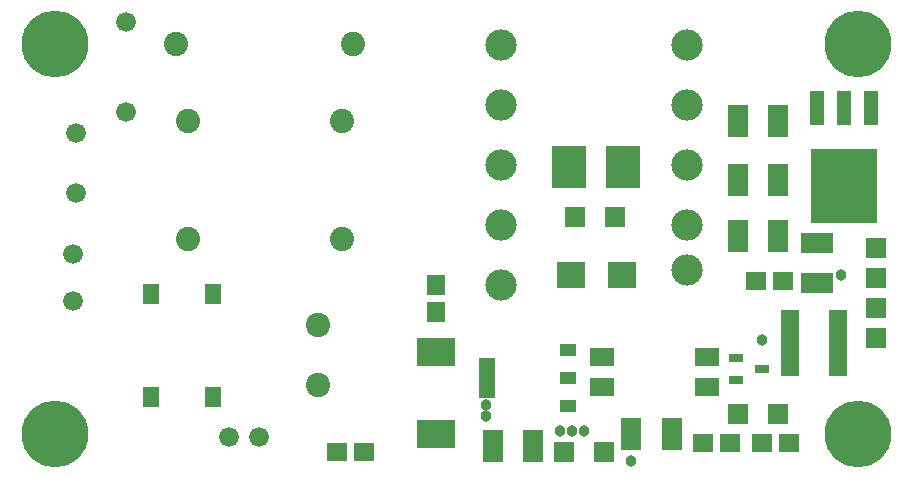
<source format=gbr>
%FSLAX35Y35*%
%MOIN*%
G04 EasyPC Gerber Version 18.0.9 Build 3640 *
%ADD115R,0.04734X0.02962*%
%ADD107R,0.04537X0.11820*%
%ADD112R,0.05324X0.06584*%
%ADD103R,0.05324X0.13395*%
%ADD102R,0.05324X0.04340*%
%ADD114R,0.06100X0.06600*%
%ADD104R,0.06230X0.22254*%
%ADD116R,0.07883X0.05915*%
%ADD111R,0.06600X0.06100*%
%ADD109R,0.06900X0.10800*%
%ADD110R,0.10800X0.06900*%
%ADD106R,0.11624X0.14183*%
%ADD108R,0.22450X0.24616*%
%ADD26R,0.06600X0.06600*%
%ADD113R,0.06900X0.06900*%
%ADD72C,0.03800*%
%ADD28C,0.06600*%
%ADD27C,0.06600*%
%ADD29C,0.08080*%
%ADD25C,0.08100*%
%ADD24C,0.08100*%
%ADD23C,0.10443*%
%ADD22C,0.22254*%
%ADD105R,0.09458X0.08946*%
%ADD117R,0.13002X0.09261*%
X0Y0D02*
D02*
D22*
X15998Y15998D03*
Y145919D03*
X283715Y15998D03*
Y145919D03*
D02*
D23*
X164596Y65715D03*
Y85715D03*
Y105715D03*
Y125715D03*
Y145715D03*
X226596Y70715D03*
Y85715D03*
Y105715D03*
Y125715D03*
Y145715D03*
D02*
D24*
X103596Y52415D03*
D02*
D25*
Y32415D03*
D02*
D26*
X289620Y48006D03*
Y58006D03*
Y68006D03*
Y78006D03*
D02*
D27*
X22888Y96392D03*
Y116392D03*
X39620Y123281D03*
Y153281D03*
X73911Y15014D03*
X83911D03*
D02*
D28*
X21904Y60289D03*
Y76037D03*
D02*
D29*
X56352Y145919D03*
X60289Y80959D03*
Y120329D03*
X111470Y80959D03*
Y120329D03*
X115407Y145919D03*
D02*
D72*
X159699Y21904D03*
Y25841D03*
X184305Y16982D03*
X188242D03*
X192179D03*
X207927Y7140D03*
X251628Y47494D03*
X277809Y69148D03*
D02*
D102*
X186864Y25250D03*
Y34699D03*
Y44148D03*
D02*
D103*
X160093Y34699D03*
D02*
D104*
X260998Y46510D03*
X276904D03*
D02*
D105*
X187907Y69148D03*
X205112D03*
D02*
D106*
X187258Y104974D03*
X205368D03*
D02*
D107*
X269793Y124856D03*
X278793D03*
X287793D03*
D02*
D108*
X278793Y98675D03*
D02*
D109*
X161857Y12061D03*
X175257D03*
X208117Y15998D03*
X221517D03*
X243550Y81943D03*
Y100644D03*
Y120329D03*
X256950Y81943D03*
Y100644D03*
Y120329D03*
D02*
D110*
X269935Y66385D03*
Y79785D03*
D02*
D111*
X109923Y10093D03*
X118923D03*
X231970Y13045D03*
X240970D03*
X249687Y67179D03*
X251656Y13045D03*
X258687Y67179D03*
X260656Y13045D03*
D02*
D112*
X48085Y28321D03*
Y62730D03*
X68557Y28321D03*
Y62730D03*
D02*
D113*
X185479Y10093D03*
X189318Y88341D03*
X198879Y10093D03*
X202718Y88341D03*
X243550Y22888D03*
X256950D03*
D02*
D114*
X142967Y56774D03*
Y65774D03*
D02*
D115*
X242967Y33911D03*
Y41392D03*
X251628Y37652D03*
D02*
D116*
X198183Y31667D03*
Y41667D03*
X233419Y31667D03*
Y41667D03*
D02*
D117*
X142967Y15998D03*
Y43557D03*
X0Y0D02*
M02*

</source>
